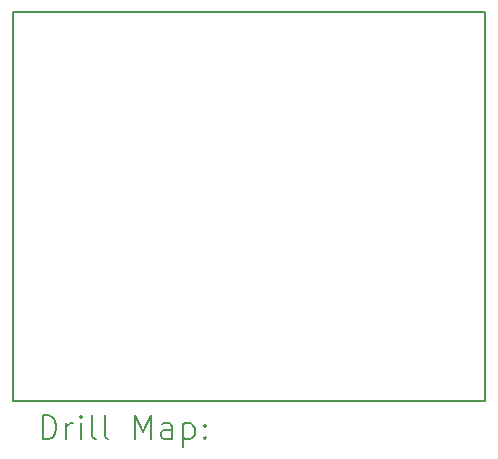
<source format=gbr>
%TF.GenerationSoftware,KiCad,Pcbnew,7.0.10-7.0.10~ubuntu20.04.1*%
%TF.CreationDate,2024-06-13T14:40:12-03:00*%
%TF.ProjectId,Condicionamento_compacto_V01b,436f6e64-6963-4696-9f6e-616d656e746f,rev?*%
%TF.SameCoordinates,Original*%
%TF.FileFunction,Drillmap*%
%TF.FilePolarity,Positive*%
%FSLAX45Y45*%
G04 Gerber Fmt 4.5, Leading zero omitted, Abs format (unit mm)*
G04 Created by KiCad (PCBNEW 7.0.10-7.0.10~ubuntu20.04.1) date 2024-06-13 14:40:12*
%MOMM*%
%LPD*%
G01*
G04 APERTURE LIST*
%ADD10C,0.150000*%
%ADD11C,0.200000*%
G04 APERTURE END LIST*
D10*
X12710000Y-8510000D02*
X16710000Y-8510000D01*
X12710000Y-8510000D02*
X12710000Y-11810000D01*
X16710000Y-8510000D02*
X16710000Y-11810000D01*
X12710000Y-11810000D02*
X16710000Y-11810000D01*
D11*
X12963277Y-12128984D02*
X12963277Y-11928984D01*
X12963277Y-11928984D02*
X13010896Y-11928984D01*
X13010896Y-11928984D02*
X13039467Y-11938508D01*
X13039467Y-11938508D02*
X13058515Y-11957555D01*
X13058515Y-11957555D02*
X13068039Y-11976603D01*
X13068039Y-11976603D02*
X13077562Y-12014698D01*
X13077562Y-12014698D02*
X13077562Y-12043269D01*
X13077562Y-12043269D02*
X13068039Y-12081365D01*
X13068039Y-12081365D02*
X13058515Y-12100412D01*
X13058515Y-12100412D02*
X13039467Y-12119460D01*
X13039467Y-12119460D02*
X13010896Y-12128984D01*
X13010896Y-12128984D02*
X12963277Y-12128984D01*
X13163277Y-12128984D02*
X13163277Y-11995650D01*
X13163277Y-12033746D02*
X13172801Y-12014698D01*
X13172801Y-12014698D02*
X13182324Y-12005174D01*
X13182324Y-12005174D02*
X13201372Y-11995650D01*
X13201372Y-11995650D02*
X13220420Y-11995650D01*
X13287086Y-12128984D02*
X13287086Y-11995650D01*
X13287086Y-11928984D02*
X13277562Y-11938508D01*
X13277562Y-11938508D02*
X13287086Y-11948031D01*
X13287086Y-11948031D02*
X13296610Y-11938508D01*
X13296610Y-11938508D02*
X13287086Y-11928984D01*
X13287086Y-11928984D02*
X13287086Y-11948031D01*
X13410896Y-12128984D02*
X13391848Y-12119460D01*
X13391848Y-12119460D02*
X13382324Y-12100412D01*
X13382324Y-12100412D02*
X13382324Y-11928984D01*
X13515658Y-12128984D02*
X13496610Y-12119460D01*
X13496610Y-12119460D02*
X13487086Y-12100412D01*
X13487086Y-12100412D02*
X13487086Y-11928984D01*
X13744229Y-12128984D02*
X13744229Y-11928984D01*
X13744229Y-11928984D02*
X13810896Y-12071841D01*
X13810896Y-12071841D02*
X13877562Y-11928984D01*
X13877562Y-11928984D02*
X13877562Y-12128984D01*
X14058515Y-12128984D02*
X14058515Y-12024222D01*
X14058515Y-12024222D02*
X14048991Y-12005174D01*
X14048991Y-12005174D02*
X14029943Y-11995650D01*
X14029943Y-11995650D02*
X13991848Y-11995650D01*
X13991848Y-11995650D02*
X13972801Y-12005174D01*
X14058515Y-12119460D02*
X14039467Y-12128984D01*
X14039467Y-12128984D02*
X13991848Y-12128984D01*
X13991848Y-12128984D02*
X13972801Y-12119460D01*
X13972801Y-12119460D02*
X13963277Y-12100412D01*
X13963277Y-12100412D02*
X13963277Y-12081365D01*
X13963277Y-12081365D02*
X13972801Y-12062317D01*
X13972801Y-12062317D02*
X13991848Y-12052793D01*
X13991848Y-12052793D02*
X14039467Y-12052793D01*
X14039467Y-12052793D02*
X14058515Y-12043269D01*
X14153753Y-11995650D02*
X14153753Y-12195650D01*
X14153753Y-12005174D02*
X14172801Y-11995650D01*
X14172801Y-11995650D02*
X14210896Y-11995650D01*
X14210896Y-11995650D02*
X14229943Y-12005174D01*
X14229943Y-12005174D02*
X14239467Y-12014698D01*
X14239467Y-12014698D02*
X14248991Y-12033746D01*
X14248991Y-12033746D02*
X14248991Y-12090888D01*
X14248991Y-12090888D02*
X14239467Y-12109936D01*
X14239467Y-12109936D02*
X14229943Y-12119460D01*
X14229943Y-12119460D02*
X14210896Y-12128984D01*
X14210896Y-12128984D02*
X14172801Y-12128984D01*
X14172801Y-12128984D02*
X14153753Y-12119460D01*
X14334705Y-12109936D02*
X14344229Y-12119460D01*
X14344229Y-12119460D02*
X14334705Y-12128984D01*
X14334705Y-12128984D02*
X14325182Y-12119460D01*
X14325182Y-12119460D02*
X14334705Y-12109936D01*
X14334705Y-12109936D02*
X14334705Y-12128984D01*
X14334705Y-12005174D02*
X14344229Y-12014698D01*
X14344229Y-12014698D02*
X14334705Y-12024222D01*
X14334705Y-12024222D02*
X14325182Y-12014698D01*
X14325182Y-12014698D02*
X14334705Y-12005174D01*
X14334705Y-12005174D02*
X14334705Y-12024222D01*
M02*

</source>
